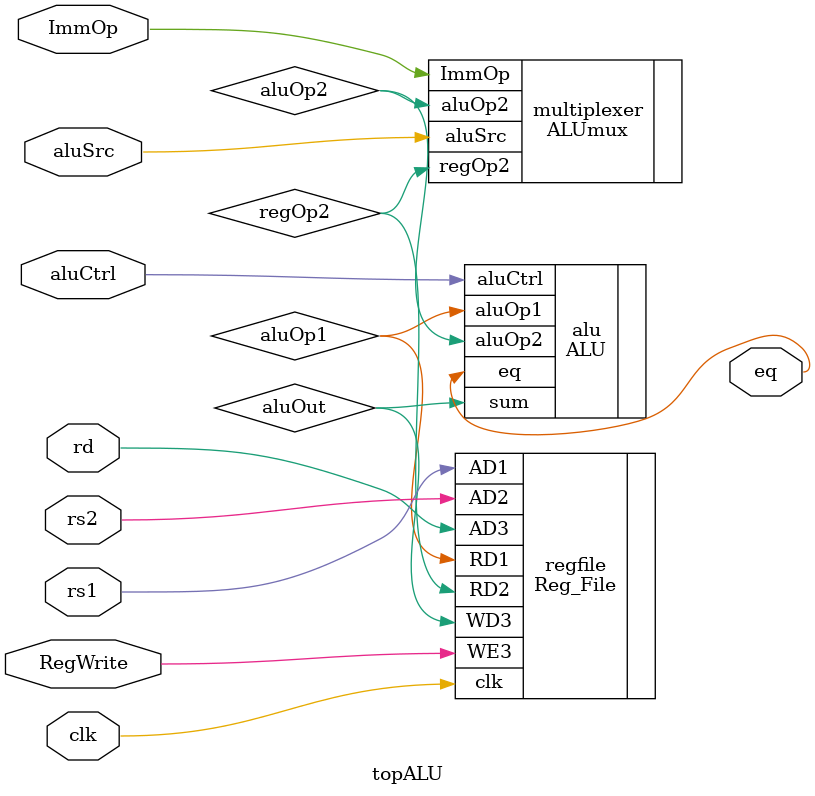
<source format=sv>
module topALU (
    input logic     clk,        // clock
    input logic     rs1,        // address of register 1
    input logic     rs2,        // address of register 2
    input logic     rd, 
    input logic     RegWrite,   // write enable
    input logic     ImmOp,      // immediate value
    input logic     aluSrc,     // selects second input
    input logic     aluCtrl,
    output logic    eq,
);

logic aluOp1;   // input 1
logic aluOp2;   // input 2
logic aluOut;   // output of ALU
logic regOp2;   // second register

Reg_File regfile (
    .clk (clk),
    .AD1 (rs1),
    .AD2 (rs2),
    .AD3 (rd),
    .WE3 (RegWrite),
    .WD3 (aluOut),
    .RD1 (aluOp1),
    .RD2 (regOp2)
);

ALUmux multiplexer (
    .aluSrc (aluSrc),
    .regOp2 (regOp2),
    .ImmOp (ImmOp),
    .aluOp2 (aluOp2)
);

ALU alu (
    .aluOp1 (aluOp1),
    .aluOp2 (aluOp2),
    .aluCtrl (aluCtrl),
    .sum (aluOut),
    .eq (eq)
);

endmodule

</source>
